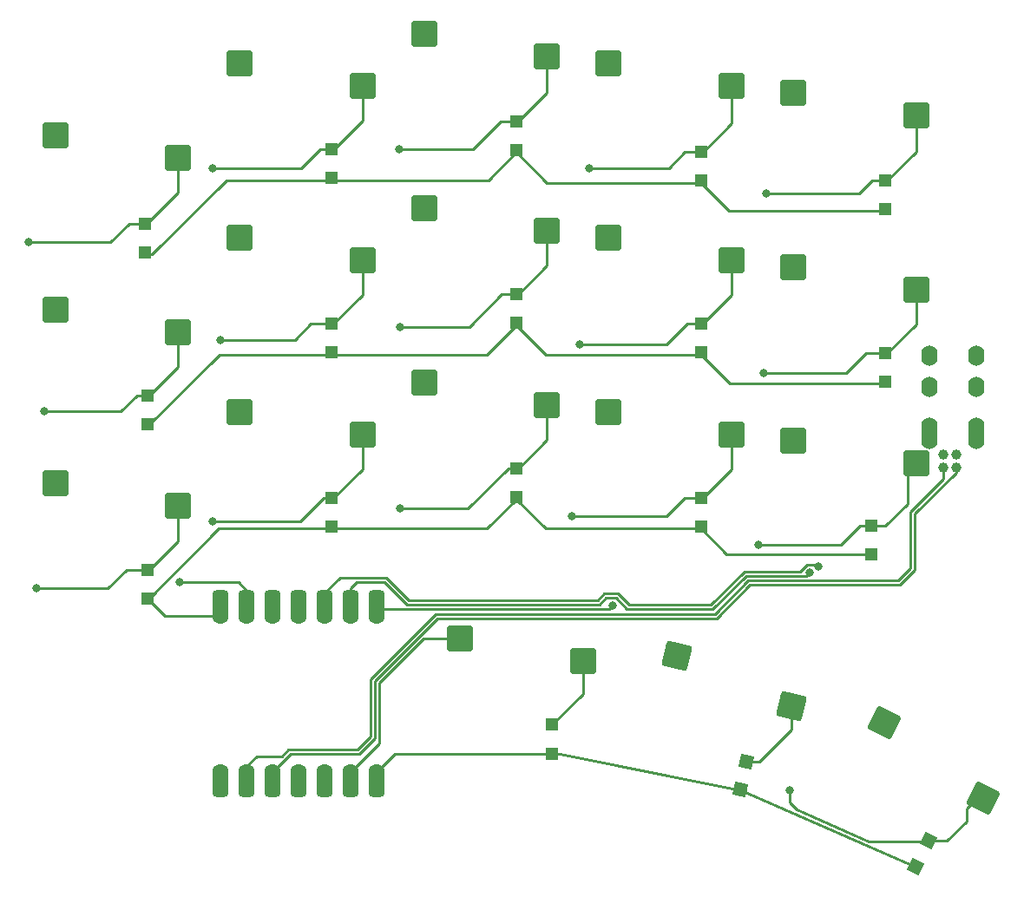
<source format=gbr>
%TF.GenerationSoftware,KiCad,Pcbnew,(6.0.6)*%
%TF.CreationDate,2022-09-25T18:06:26-06:00*%
%TF.ProjectId,miniErgo,6d696e69-4572-4676-9f2e-6b696361645f,rev?*%
%TF.SameCoordinates,Original*%
%TF.FileFunction,Copper,L2,Bot*%
%TF.FilePolarity,Positive*%
%FSLAX46Y46*%
G04 Gerber Fmt 4.6, Leading zero omitted, Abs format (unit mm)*
G04 Created by KiCad (PCBNEW (6.0.6)) date 2022-09-25 18:06:26*
%MOMM*%
%LPD*%
G01*
G04 APERTURE LIST*
G04 Aperture macros list*
%AMRoundRect*
0 Rectangle with rounded corners*
0 $1 Rounding radius*
0 $2 $3 $4 $5 $6 $7 $8 $9 X,Y pos of 4 corners*
0 Add a 4 corners polygon primitive as box body*
4,1,4,$2,$3,$4,$5,$6,$7,$8,$9,$2,$3,0*
0 Add four circle primitives for the rounded corners*
1,1,$1+$1,$2,$3*
1,1,$1+$1,$4,$5*
1,1,$1+$1,$6,$7*
1,1,$1+$1,$8,$9*
0 Add four rect primitives between the rounded corners*
20,1,$1+$1,$2,$3,$4,$5,0*
20,1,$1+$1,$4,$5,$6,$7,0*
20,1,$1+$1,$6,$7,$8,$9,0*
20,1,$1+$1,$8,$9,$2,$3,0*%
%AMRotRect*
0 Rectangle, with rotation*
0 The origin of the aperture is its center*
0 $1 length*
0 $2 width*
0 $3 Rotation angle, in degrees counterclockwise*
0 Add horizontal line*
21,1,$1,$2,0,0,$3*%
G04 Aperture macros list end*
%TA.AperFunction,SMDPad,CuDef*%
%ADD10RoundRect,0.400000X-0.400000X1.100000X-0.400000X-1.100000X0.400000X-1.100000X0.400000X1.100000X0*%
%TD*%
%TA.AperFunction,ComponentPad*%
%ADD11C,1.600000*%
%TD*%
%TA.AperFunction,ComponentPad*%
%ADD12R,1.300000X1.300000*%
%TD*%
%TA.AperFunction,ComponentPad*%
%ADD13O,1.600000X2.000000*%
%TD*%
%TA.AperFunction,ComponentPad*%
%ADD14RotRect,1.300000X1.300000X63.200000*%
%TD*%
%TA.AperFunction,ComponentPad*%
%ADD15RotRect,1.300000X1.300000X76.600000*%
%TD*%
%TA.AperFunction,ComponentPad*%
%ADD16RoundRect,0.250000X-1.025000X-1.000000X1.025000X-1.000000X1.025000X1.000000X-1.025000X1.000000X0*%
%TD*%
%TA.AperFunction,SMDPad,CuDef*%
%ADD17RoundRect,0.250000X-1.025000X-1.000000X1.025000X-1.000000X1.025000X1.000000X-1.025000X1.000000X0*%
%TD*%
%TA.AperFunction,ComponentPad*%
%ADD18RoundRect,0.250000X-1.228843X-0.735234X0.765347X-1.210317X1.228843X0.735234X-0.765347X1.210317X0*%
%TD*%
%TA.AperFunction,SMDPad,CuDef*%
%ADD19RoundRect,0.250000X-1.228843X-0.735234X0.765347X-1.210317X1.228843X0.735234X-0.765347X1.210317X0*%
%TD*%
%TA.AperFunction,ComponentPad*%
%ADD20RoundRect,0.250000X-1.365778X-0.430436X0.464023X-1.354735X1.365778X0.430436X-0.464023X1.354735X0*%
%TD*%
%TA.AperFunction,SMDPad,CuDef*%
%ADD21RoundRect,0.250000X-1.365778X-0.430436X0.464023X-1.354735X1.365778X0.430436X-0.464023X1.354735X0*%
%TD*%
%TA.AperFunction,ViaPad*%
%ADD22C,1.000000*%
%TD*%
%TA.AperFunction,ViaPad*%
%ADD23C,0.800000*%
%TD*%
%TA.AperFunction,Conductor*%
%ADD24C,0.250000*%
%TD*%
G04 APERTURE END LIST*
D10*
%TO.P,M1,1,D0*%
%TO.N,Row 2*%
X121344824Y-108986200D03*
D11*
X121344824Y-109978700D03*
%TO.P,M1,2,D1*%
%TO.N,Row 1*%
X123884824Y-109978700D03*
D10*
X123884824Y-108978700D03*
%TO.P,M1,3,D2*%
%TO.N,Row 0*%
X126424824Y-108978700D03*
D11*
X126424824Y-109978700D03*
D10*
%TO.P,M1,4,D3*%
%TO.N,Col 4*%
X128964824Y-108978700D03*
D11*
X128964824Y-109978700D03*
D10*
%TO.P,M1,5,D4*%
%TO.N,Net-(J1-PadR2)*%
X131504824Y-108978700D03*
D11*
X131504824Y-109978700D03*
D10*
%TO.P,M1,6,D5*%
%TO.N,Net-(J1-PadR1)*%
X134044824Y-108978700D03*
D11*
X134044824Y-109978700D03*
D10*
%TO.P,M1,7,D6*%
%TO.N,Col 3*%
X136584824Y-108978700D03*
D11*
X136584824Y-109978700D03*
D10*
%TO.P,M1,8,D7*%
%TO.N,Row 3*%
X136584824Y-126213700D03*
D11*
X136584824Y-125213700D03*
D10*
%TO.P,M1,9,D8*%
%TO.N,Col 2*%
X134044824Y-126213700D03*
D11*
X134044824Y-125213700D03*
D10*
%TO.P,M1,10,D9*%
%TO.N,Col 1*%
X131504824Y-126213700D03*
D11*
X131504824Y-125213700D03*
%TO.P,M1,11,D10*%
%TO.N,Col 0*%
X128964824Y-125213700D03*
D10*
X128964824Y-126213700D03*
D11*
%TO.P,M1,12,3V3*%
%TO.N,Net-(J1-PadT)*%
X126424824Y-125213700D03*
D10*
X126424824Y-126213700D03*
D11*
%TO.P,M1,13,GND*%
%TO.N,Net-(J1-PadS)*%
X123884824Y-125213700D03*
D10*
X123884824Y-126213700D03*
D11*
%TO.P,M1,14,5V*%
%TO.N,unconnected-(M1-Pad14)*%
X121344824Y-125213700D03*
D10*
X121344824Y-126213700D03*
%TD*%
D12*
%TO.P,D7,1,K*%
%TO.N,Net-(D7-Pad1)*%
X150183736Y-61743900D03*
%TO.P,D7,2,A*%
%TO.N,Row 0*%
X150183736Y-64543900D03*
%TD*%
%TO.P,D12,1,K*%
%TO.N,Net-(D12-Pad1)*%
X168183736Y-98493900D03*
%TO.P,D12,2,A*%
%TO.N,Row 2*%
X168183736Y-101293900D03*
%TD*%
%TO.P,D15,1,K*%
%TO.N,Net-(D15-Pad1)*%
X184833770Y-101206300D03*
%TO.P,D15,2,A*%
%TO.N,Row 2*%
X184833770Y-104006300D03*
%TD*%
%TO.P,D10,1,K*%
%TO.N,Net-(D10-Pad1)*%
X168183736Y-64743900D03*
%TO.P,D10,2,A*%
%TO.N,Row 0*%
X168183736Y-67543900D03*
%TD*%
D13*
%TO.P,J2,R1*%
%TO.N,Net-(J1-PadR1)*%
X190483770Y-87654800D03*
%TO.P,J2,R2*%
%TO.N,Net-(J1-PadR2)*%
X190483770Y-84654800D03*
%TO.P,J2,S*%
%TO.N,Net-(J1-PadS)*%
X195083770Y-92754800D03*
%TO.P,J2,T*%
%TO.N,Net-(J1-PadT)*%
X190483770Y-91654800D03*
%TD*%
D12*
%TO.P,D5,1,K*%
%TO.N,Net-(D5-Pad1)*%
X132183736Y-81493900D03*
%TO.P,D5,2,A*%
%TO.N,Row 1*%
X132183736Y-84293900D03*
%TD*%
D14*
%TO.P,D18,1,K*%
%TO.N,Net-(D18-Pad1)*%
X190420623Y-131942305D03*
%TO.P,D18,2,A*%
%TO.N,Row 3*%
X189158166Y-134441545D03*
%TD*%
D12*
%TO.P,D1,1,K*%
%TO.N,Net-(D1-Pad1)*%
X113933736Y-71743900D03*
%TO.P,D1,2,A*%
%TO.N,Row 0*%
X113933736Y-74543900D03*
%TD*%
D15*
%TO.P,D17,1,K*%
%TO.N,Net-(D17-Pad1)*%
X172634347Y-124220599D03*
%TO.P,D17,2,A*%
%TO.N,Row 3*%
X171985453Y-126944371D03*
%TD*%
D12*
%TO.P,D6,1,K*%
%TO.N,Net-(D6-Pad1)*%
X132183736Y-98493900D03*
%TO.P,D6,2,A*%
%TO.N,Row 2*%
X132183736Y-101293900D03*
%TD*%
%TO.P,D16,1,K*%
%TO.N,Net-(D16-Pad1)*%
X153683911Y-120637700D03*
%TO.P,D16,2,A*%
%TO.N,Row 3*%
X153683911Y-123437700D03*
%TD*%
%TO.P,D3,1,K*%
%TO.N,Net-(D3-Pad1)*%
X114183736Y-105493650D03*
%TO.P,D3,2,A*%
%TO.N,Row 2*%
X114183736Y-108293650D03*
%TD*%
%TO.P,D11,1,K*%
%TO.N,Net-(D11-Pad1)*%
X168183736Y-81493900D03*
%TO.P,D11,2,A*%
%TO.N,Row 1*%
X168183736Y-84293900D03*
%TD*%
%TO.P,D8,1,K*%
%TO.N,Net-(D8-Pad1)*%
X150183736Y-78637700D03*
%TO.P,D8,2,A*%
%TO.N,Row 1*%
X150183736Y-81437700D03*
%TD*%
%TO.P,D2,1,K*%
%TO.N,Net-(D2-Pad1)*%
X114183736Y-88493650D03*
%TO.P,D2,2,A*%
%TO.N,Row 1*%
X114183736Y-91293650D03*
%TD*%
%TO.P,D9,1,K*%
%TO.N,Net-(D9-Pad1)*%
X150183736Y-95637700D03*
%TO.P,D9,2,A*%
%TO.N,Row 2*%
X150183736Y-98437700D03*
%TD*%
%TO.P,D14,1,K*%
%TO.N,Net-(D14-Pad1)*%
X186183736Y-84350100D03*
%TO.P,D14,2,A*%
%TO.N,Row 1*%
X186183736Y-87150100D03*
%TD*%
%TO.P,D13,1,K*%
%TO.N,Net-(D13-Pad1)*%
X186183736Y-67493900D03*
%TO.P,D13,2,A*%
%TO.N,Row 0*%
X186183736Y-70293900D03*
%TD*%
%TO.P,D4,1,K*%
%TO.N,Net-(D4-Pad1)*%
X132183736Y-64493900D03*
%TO.P,D4,2,A*%
%TO.N,Row 0*%
X132183736Y-67293900D03*
%TD*%
D16*
%TO.P,SW8,1,1*%
%TO.N,Col 2*%
X141183736Y-70236200D03*
D17*
%TO.P,SW8,2,2*%
%TO.N,Net-(D8-Pad1)*%
X153183736Y-72436200D03*
%TD*%
D18*
%TO.P,SW17,1,1*%
%TO.N,Col 3*%
X165844109Y-113896729D03*
D19*
%TO.P,SW17,2,2*%
%TO.N,Net-(D17-Pad1)*%
X177007574Y-118817811D03*
%TD*%
D16*
%TO.P,SW12,1,1*%
%TO.N,Col 3*%
X159183736Y-90092400D03*
D17*
%TO.P,SW12,2,2*%
%TO.N,Net-(D12-Pad1)*%
X171183736Y-92292400D03*
%TD*%
D16*
%TO.P,SW5,1,1*%
%TO.N,Col 1*%
X123183736Y-73092400D03*
D17*
%TO.P,SW5,2,2*%
%TO.N,Net-(D5-Pad1)*%
X135183736Y-75292400D03*
%TD*%
D16*
%TO.P,SW1,1,1*%
%TO.N,Col 0*%
X105183736Y-63092150D03*
D17*
%TO.P,SW1,2,2*%
%TO.N,Net-(D1-Pad1)*%
X117183736Y-65292150D03*
%TD*%
D20*
%TO.P,SW18,1,1*%
%TO.N,Col 4*%
X186045402Y-120410451D03*
D21*
%TO.P,SW18,2,2*%
%TO.N,Net-(D18-Pad1)*%
X195764501Y-127784670D03*
%TD*%
D13*
%TO.P,J1,R1*%
%TO.N,Net-(J1-PadR1)*%
X195083770Y-87654800D03*
%TO.P,J1,R2*%
%TO.N,Net-(J1-PadR2)*%
X195083770Y-84654800D03*
%TO.P,J1,S*%
%TO.N,Net-(J1-PadS)*%
X190483770Y-92754800D03*
%TO.P,J1,T*%
%TO.N,Net-(J1-PadT)*%
X195083770Y-91654800D03*
%TD*%
D16*
%TO.P,SW3,1,1*%
%TO.N,Col 0*%
X105183736Y-97092150D03*
D17*
%TO.P,SW3,2,2*%
%TO.N,Net-(D3-Pad1)*%
X117183736Y-99292150D03*
%TD*%
D16*
%TO.P,SW6,1,1*%
%TO.N,Col 1*%
X123183736Y-90092400D03*
D17*
%TO.P,SW6,2,2*%
%TO.N,Net-(D6-Pad1)*%
X135183736Y-92292400D03*
%TD*%
D16*
%TO.P,SW9,1,1*%
%TO.N,Col 2*%
X141183736Y-87236200D03*
D17*
%TO.P,SW9,2,2*%
%TO.N,Net-(D9-Pad1)*%
X153183736Y-89436200D03*
%TD*%
D16*
%TO.P,SW7,1,1*%
%TO.N,Col 2*%
X141183736Y-53236200D03*
D17*
%TO.P,SW7,2,2*%
%TO.N,Net-(D7-Pad1)*%
X153183736Y-55436200D03*
%TD*%
D16*
%TO.P,SW13,1,1*%
%TO.N,Col 4*%
X177183736Y-58948600D03*
D17*
%TO.P,SW13,2,2*%
%TO.N,Net-(D13-Pad1)*%
X189183736Y-61148600D03*
%TD*%
D16*
%TO.P,SW14,1,1*%
%TO.N,Col 4*%
X177183736Y-75948600D03*
D17*
%TO.P,SW14,2,2*%
%TO.N,Net-(D14-Pad1)*%
X189183736Y-78148600D03*
%TD*%
D16*
%TO.P,SW4,1,1*%
%TO.N,Col 1*%
X123183736Y-56092400D03*
D17*
%TO.P,SW4,2,2*%
%TO.N,Net-(D4-Pad1)*%
X135183736Y-58292400D03*
%TD*%
D16*
%TO.P,SW2,1,1*%
%TO.N,Col 0*%
X105183736Y-80092150D03*
D17*
%TO.P,SW2,2,2*%
%TO.N,Net-(D2-Pad1)*%
X117183736Y-82292150D03*
%TD*%
D16*
%TO.P,SW15,1,1*%
%TO.N,Col 4*%
X177183736Y-92948600D03*
D17*
%TO.P,SW15,2,2*%
%TO.N,Net-(D15-Pad1)*%
X189183736Y-95148600D03*
%TD*%
D16*
%TO.P,SW11,1,1*%
%TO.N,Col 3*%
X159183736Y-73092400D03*
D17*
%TO.P,SW11,2,2*%
%TO.N,Net-(D11-Pad1)*%
X171183736Y-75292400D03*
%TD*%
D16*
%TO.P,SW16,1,1*%
%TO.N,Col 2*%
X144683911Y-112236200D03*
D17*
%TO.P,SW16,2,2*%
%TO.N,Net-(D16-Pad1)*%
X156683911Y-114436200D03*
%TD*%
D16*
%TO.P,SW10,1,1*%
%TO.N,Col 3*%
X159183736Y-56092400D03*
D17*
%TO.P,SW10,2,2*%
%TO.N,Net-(D10-Pad1)*%
X171183736Y-58292400D03*
%TD*%
D22*
%TO.N,*%
X193083770Y-94304800D03*
X191833770Y-94304800D03*
D23*
%TO.N,Net-(D1-Pad1)*%
X102583770Y-73554800D03*
%TO.N,Row 1*%
X117331520Y-106753738D03*
%TO.N,Net-(D2-Pad1)*%
X104083770Y-90054800D03*
%TO.N,Net-(D3-Pad1)*%
X103333770Y-107304800D03*
%TO.N,Net-(D4-Pad1)*%
X120583770Y-66304800D03*
%TO.N,Net-(D5-Pad1)*%
X121333770Y-83054800D03*
%TO.N,Net-(D6-Pad1)*%
X120583770Y-100804800D03*
%TO.N,Net-(D7-Pad1)*%
X138708770Y-64429800D03*
%TO.N,Net-(D8-Pad1)*%
X138833770Y-81804800D03*
%TO.N,Net-(D9-Pad1)*%
X138833770Y-99554800D03*
%TO.N,Net-(D10-Pad1)*%
X157333770Y-66304800D03*
%TO.N,Net-(D11-Pad1)*%
X156333770Y-83554800D03*
%TO.N,Net-(D12-Pad1)*%
X155583770Y-100304800D03*
%TO.N,Net-(D13-Pad1)*%
X174583770Y-68804800D03*
%TO.N,Net-(D14-Pad1)*%
X174333770Y-86304800D03*
%TO.N,Net-(D15-Pad1)*%
X173833770Y-103054800D03*
%TO.N,Net-(D18-Pad1)*%
X176833770Y-127054800D03*
%TO.N,Net-(J1-PadR1)*%
X178831520Y-105753738D03*
%TO.N,Net-(J1-PadR2)*%
X179676173Y-105219354D03*
%TO.N,Col 3*%
X159583770Y-109001488D03*
D22*
%TO.N,Net-(J1-PadS)*%
X191830926Y-95504299D03*
%TO.N,Net-(J1-PadT)*%
X193080926Y-95504299D03*
%TD*%
D24*
%TO.N,Row 0*%
X170933736Y-70492400D02*
X186183736Y-70492400D01*
X132183736Y-67492400D02*
X147433736Y-67492400D01*
X150183736Y-64742400D02*
X153183736Y-67742400D01*
X168183736Y-67742400D02*
X170933736Y-70492400D01*
X147433736Y-67492400D02*
X150183736Y-64742400D01*
X121896170Y-67492400D02*
X132183736Y-67492400D01*
X153183736Y-67742400D02*
X168183736Y-67742400D01*
X113933736Y-74742400D02*
X114646170Y-74742400D01*
X114646170Y-74742400D02*
X121896170Y-67492400D01*
%TO.N,Net-(D1-Pad1)*%
X112394670Y-71743900D02*
X113933736Y-71743900D01*
X117183736Y-65292150D02*
X117183736Y-68692400D01*
X117183736Y-68692400D02*
X113933736Y-71942400D01*
X110583770Y-73554800D02*
X112394670Y-71743900D01*
X102583770Y-73554800D02*
X110583770Y-73554800D01*
%TO.N,Row 1*%
X117331520Y-106753738D02*
X123081520Y-106753738D01*
X150183736Y-81636200D02*
X153039936Y-84492400D01*
X123884824Y-107557042D02*
X123884824Y-109978700D01*
X132183736Y-84492400D02*
X121183486Y-84492400D01*
X132183736Y-84492400D02*
X147327536Y-84492400D01*
X171039936Y-87348600D02*
X186183736Y-87348600D01*
X153039936Y-84492400D02*
X168183736Y-84492400D01*
X121183486Y-84492400D02*
X114183736Y-91492150D01*
X168183736Y-84492400D02*
X171039936Y-87348600D01*
X123081520Y-106753738D02*
X123884824Y-107557042D01*
X147327536Y-84492400D02*
X150183736Y-81636200D01*
%TO.N,Net-(D2-Pad1)*%
X117183736Y-82292150D02*
X117183736Y-85692150D01*
X117183736Y-85692150D02*
X114183736Y-88692150D01*
X113144920Y-88493650D02*
X114183736Y-88493650D01*
X111583770Y-90054800D02*
X113144920Y-88493650D01*
X104083770Y-90054800D02*
X111583770Y-90054800D01*
%TO.N,Row 2*%
X114183736Y-108293650D02*
X115893824Y-110003738D01*
X168183736Y-101492400D02*
X170683486Y-103992150D01*
X170683486Y-103992150D02*
X184819620Y-103992150D01*
X115893824Y-110003738D02*
X121319786Y-110003738D01*
X147327536Y-101492400D02*
X150183736Y-98636200D01*
X121146170Y-101492400D02*
X147327536Y-101492400D01*
X114183736Y-108492150D02*
X114183736Y-108454834D01*
X150183736Y-98636200D02*
X153039936Y-101492400D01*
X121319786Y-110003738D02*
X121344824Y-109978700D01*
X114183736Y-108454834D02*
X121146170Y-101492400D01*
X184819620Y-103992150D02*
X184833770Y-104006300D01*
X153039936Y-101492400D02*
X168183736Y-101492400D01*
%TO.N,Net-(D3-Pad1)*%
X117183736Y-102692150D02*
X114183736Y-105692150D01*
X112144920Y-105493650D02*
X114183736Y-105493650D01*
X110333770Y-107304800D02*
X112144920Y-105493650D01*
X117183736Y-99292150D02*
X117183736Y-102692150D01*
X103333770Y-107304800D02*
X110333770Y-107304800D01*
%TO.N,Net-(D4-Pad1)*%
X135183736Y-61692400D02*
X132183736Y-64692400D01*
X120583770Y-66304800D02*
X129208770Y-66304800D01*
X131019670Y-64493900D02*
X132183736Y-64493900D01*
X129208770Y-66304800D02*
X131019670Y-64493900D01*
X135183736Y-58292400D02*
X135183736Y-61692400D01*
%TO.N,Net-(D5-Pad1)*%
X130144670Y-81493900D02*
X132183736Y-81493900D01*
X135183736Y-78692400D02*
X132183736Y-81692400D01*
X128583770Y-83054800D02*
X130144670Y-81493900D01*
X121333770Y-83054800D02*
X128583770Y-83054800D01*
X135183736Y-75292400D02*
X135183736Y-78692400D01*
%TO.N,Net-(D6-Pad1)*%
X120583770Y-100804800D02*
X129083770Y-100804800D01*
X129083770Y-100804800D02*
X131394670Y-98493900D01*
X135183736Y-92292400D02*
X135183736Y-95692400D01*
X131394670Y-98493900D02*
X132183736Y-98493900D01*
X135183736Y-95692400D02*
X132183736Y-98692400D01*
%TO.N,Net-(D7-Pad1)*%
X138708770Y-64429800D02*
X145958770Y-64429800D01*
X145958770Y-64429800D02*
X148644670Y-61743900D01*
X148644670Y-61743900D02*
X150183736Y-61743900D01*
X153183736Y-55436200D02*
X153183736Y-58942400D01*
X153183736Y-58942400D02*
X150183736Y-61942400D01*
%TO.N,Net-(D8-Pad1)*%
X153183736Y-72436200D02*
X153183736Y-75836200D01*
X138833770Y-81804800D02*
X145583770Y-81804800D01*
X148750870Y-78637700D02*
X150183736Y-78637700D01*
X153183736Y-75836200D02*
X150183736Y-78836200D01*
X145583770Y-81804800D02*
X148750870Y-78637700D01*
%TO.N,Net-(D9-Pad1)*%
X153183736Y-92836200D02*
X150183736Y-95836200D01*
X149375870Y-95637700D02*
X150183736Y-95637700D01*
X138833770Y-99554800D02*
X145458770Y-99554800D01*
X145458770Y-99554800D02*
X149375870Y-95637700D01*
X153183736Y-89436200D02*
X153183736Y-92836200D01*
%TO.N,Net-(D10-Pad1)*%
X166644670Y-64743900D02*
X168183736Y-64743900D01*
X171183736Y-58292400D02*
X171183736Y-61942400D01*
X157333770Y-66304800D02*
X165083770Y-66304800D01*
X171183736Y-61942400D02*
X168183736Y-64942400D01*
X165083770Y-66304800D02*
X166644670Y-64743900D01*
%TO.N,Net-(D11-Pad1)*%
X171183736Y-78692400D02*
X168183736Y-81692400D01*
X164833770Y-83554800D02*
X166894670Y-81493900D01*
X156333770Y-83554800D02*
X164833770Y-83554800D01*
X171183736Y-75292400D02*
X171183736Y-78692400D01*
X166894670Y-81493900D02*
X168183736Y-81493900D01*
%TO.N,Net-(D12-Pad1)*%
X155583770Y-100304800D02*
X164833770Y-100304800D01*
X164833770Y-100304800D02*
X166644670Y-98493900D01*
X171183736Y-92292400D02*
X171183736Y-95692400D01*
X171183736Y-95692400D02*
X168183736Y-98692400D01*
X166644670Y-98493900D02*
X168183736Y-98493900D01*
%TO.N,Net-(D13-Pad1)*%
X189183736Y-61148600D02*
X189183736Y-64692400D01*
X184894670Y-67493900D02*
X186183736Y-67493900D01*
X183583770Y-68804800D02*
X184894670Y-67493900D01*
X174583770Y-68804800D02*
X183583770Y-68804800D01*
X189183736Y-64692400D02*
X186183736Y-67692400D01*
%TO.N,Net-(D14-Pad1)*%
X174333770Y-86304800D02*
X182333770Y-86304800D01*
X189183736Y-78148600D02*
X189183736Y-81548600D01*
X184288470Y-84350100D02*
X186183736Y-84350100D01*
X189183736Y-81548600D02*
X186183736Y-84548600D01*
X182333770Y-86304800D02*
X184288470Y-84350100D01*
%TO.N,Net-(D15-Pad1)*%
X184833770Y-101206300D02*
X186182270Y-101206300D01*
X188333770Y-99054800D02*
X188333770Y-95998566D01*
X173833770Y-103054800D02*
X181833770Y-103054800D01*
X183682270Y-101206300D02*
X184833770Y-101206300D01*
X188333770Y-95998566D02*
X189183736Y-95148600D01*
X186182270Y-101206300D02*
X188333770Y-99054800D01*
X181833770Y-103054800D02*
X183682270Y-101206300D01*
%TO.N,Row 3*%
X138360824Y-123437700D02*
X136584824Y-125213700D01*
X153583770Y-123304800D02*
X172083770Y-127054800D01*
X172083770Y-127054800D02*
X189333770Y-134554800D01*
X153683911Y-123437700D02*
X138360824Y-123437700D01*
%TO.N,Net-(D16-Pad1)*%
X156683911Y-114436200D02*
X156683911Y-117637700D01*
X156683911Y-117637700D02*
X153683911Y-120637700D01*
%TO.N,Net-(D17-Pad1)*%
X172634347Y-124220599D02*
X173917971Y-124220599D01*
X173917971Y-124220599D02*
X177007574Y-121130996D01*
X177007574Y-121130996D02*
X177007574Y-118817811D01*
%TO.N,Net-(D18-Pad1)*%
X194083770Y-130054800D02*
X194083770Y-128804800D01*
X176833770Y-128255988D02*
X177494287Y-128916505D01*
X177494287Y-128916505D02*
X184594923Y-132003738D01*
X190420623Y-131942305D02*
X192196265Y-131942305D01*
X192196265Y-131942305D02*
X194083770Y-130054800D01*
X190359190Y-132003738D02*
X190420623Y-131942305D01*
X195103900Y-127784670D02*
X195764501Y-127784670D01*
X176833770Y-127054800D02*
X176833770Y-128255988D01*
X184594923Y-132003738D02*
X190359190Y-132003738D01*
X194083770Y-128804800D02*
X195103900Y-127784670D01*
%TO.N,Net-(J1-PadR1)*%
X158910673Y-108276488D02*
X158283423Y-108903738D01*
X172595124Y-106103738D02*
X169345124Y-109353738D01*
X178831520Y-105753738D02*
X178481520Y-106103738D01*
X158283423Y-108903738D02*
X139481530Y-108903738D01*
X137331530Y-106753738D02*
X134581530Y-106753738D01*
X139481530Y-108903738D02*
X137331530Y-106753738D01*
X178481520Y-106103738D02*
X172595124Y-106103738D01*
X159884075Y-108276488D02*
X158910673Y-108276488D01*
X134044824Y-107290444D02*
X134044824Y-109978700D01*
X160961325Y-109353738D02*
X159884075Y-108276488D01*
X169345124Y-109353738D02*
X160961325Y-109353738D01*
X134581530Y-106753738D02*
X134044824Y-107290444D01*
%TO.N,Net-(J1-PadR2)*%
X132954824Y-106303738D02*
X131504824Y-107753738D01*
X139667926Y-108453738D02*
X137517926Y-106303738D01*
X160070471Y-107826488D02*
X158724277Y-107826488D01*
X161147721Y-108903738D02*
X160070471Y-107826488D01*
X177906215Y-105653738D02*
X172408728Y-105653738D01*
X137517926Y-106303738D02*
X132954824Y-106303738D01*
X179485557Y-105028738D02*
X178531215Y-105028738D01*
X169158728Y-108903738D02*
X161147721Y-108903738D01*
X158724277Y-107826488D02*
X158097027Y-108453738D01*
X131504824Y-107753738D02*
X131504824Y-109978700D01*
X178531215Y-105028738D02*
X177906215Y-105653738D01*
X158097027Y-108453738D02*
X139667926Y-108453738D01*
X179676173Y-105219354D02*
X179485557Y-105028738D01*
X172408728Y-105653738D02*
X169158728Y-108903738D01*
%TO.N,Col 3*%
X159231520Y-109353738D02*
X137209786Y-109353738D01*
X159583770Y-109001488D02*
X159231520Y-109353738D01*
X137209786Y-109353738D02*
X136584824Y-109978700D01*
%TO.N,Col 2*%
X136831530Y-122426994D02*
X134044824Y-125213700D01*
X136831530Y-116526530D02*
X136831530Y-122426994D01*
X144683911Y-112236200D02*
X141121860Y-112236200D01*
X141121860Y-112236200D02*
X136831530Y-116526530D01*
%TO.N,Net-(J1-PadS)*%
X188631520Y-105317342D02*
X187395124Y-106553738D01*
X127948390Y-123053738D02*
X127278090Y-123724038D01*
X142281530Y-109803738D02*
X135931530Y-116153738D01*
X123884824Y-124700434D02*
X123884824Y-125213700D01*
X127278090Y-123724038D02*
X124861220Y-123724038D01*
X188631520Y-99817342D02*
X188631520Y-105317342D01*
X191830926Y-96617936D02*
X188631520Y-99817342D01*
X124861220Y-123724038D02*
X123884824Y-124700434D01*
X135931530Y-116153738D02*
X135931530Y-121767342D01*
X134645134Y-123053738D02*
X127948390Y-123053738D01*
X169531520Y-109803738D02*
X142281530Y-109803738D01*
X172781520Y-106553738D02*
X169531520Y-109803738D01*
X191830926Y-95504299D02*
X191830926Y-96617936D01*
X135931530Y-121767342D02*
X134645134Y-123053738D01*
X187395124Y-106553738D02*
X172781520Y-106553738D01*
%TO.N,Net-(J1-PadT)*%
X172967916Y-107003738D02*
X169717916Y-110253738D01*
X128134786Y-123503738D02*
X126424824Y-125213700D01*
X193080926Y-96004332D02*
X189081520Y-100003738D01*
X189081520Y-105503738D02*
X187581520Y-107003738D01*
X136381530Y-121953738D02*
X134831530Y-123503738D01*
X136381530Y-116340134D02*
X136381530Y-121953738D01*
X187581520Y-107003738D02*
X172967916Y-107003738D01*
X134831530Y-123503738D02*
X128134786Y-123503738D01*
X189081520Y-100003738D02*
X189081520Y-105503738D01*
X169717916Y-110253738D02*
X142467926Y-110253738D01*
X142467926Y-110253738D02*
X136381530Y-116340134D01*
X193080926Y-95504299D02*
X193080926Y-96004332D01*
%TD*%
M02*

</source>
